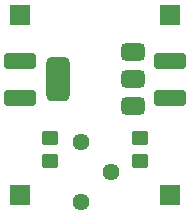
<source format=gbr>
%TF.GenerationSoftware,KiCad,Pcbnew,8.0.3*%
%TF.CreationDate,2024-07-23T12:16:12+02:00*%
%TF.ProjectId,TinyLDOP,54696e79-4c44-44f5-902e-6b696361645f,rev?*%
%TF.SameCoordinates,Original*%
%TF.FileFunction,Soldermask,Top*%
%TF.FilePolarity,Negative*%
%FSLAX46Y46*%
G04 Gerber Fmt 4.6, Leading zero omitted, Abs format (unit mm)*
G04 Created by KiCad (PCBNEW 8.0.3) date 2024-07-23 12:16:12*
%MOMM*%
%LPD*%
G01*
G04 APERTURE LIST*
G04 Aperture macros list*
%AMRoundRect*
0 Rectangle with rounded corners*
0 $1 Rounding radius*
0 $2 $3 $4 $5 $6 $7 $8 $9 X,Y pos of 4 corners*
0 Add a 4 corners polygon primitive as box body*
4,1,4,$2,$3,$4,$5,$6,$7,$8,$9,$2,$3,0*
0 Add four circle primitives for the rounded corners*
1,1,$1+$1,$2,$3*
1,1,$1+$1,$4,$5*
1,1,$1+$1,$6,$7*
1,1,$1+$1,$8,$9*
0 Add four rect primitives between the rounded corners*
20,1,$1+$1,$2,$3,$4,$5,0*
20,1,$1+$1,$4,$5,$6,$7,0*
20,1,$1+$1,$6,$7,$8,$9,0*
20,1,$1+$1,$8,$9,$2,$3,0*%
G04 Aperture macros list end*
%ADD10RoundRect,0.250000X1.100000X-0.412500X1.100000X0.412500X-1.100000X0.412500X-1.100000X-0.412500X0*%
%ADD11RoundRect,0.250000X-0.450000X0.350000X-0.450000X-0.350000X0.450000X-0.350000X0.450000X0.350000X0*%
%ADD12C,1.440000*%
%ADD13RoundRect,0.375000X0.625000X0.375000X-0.625000X0.375000X-0.625000X-0.375000X0.625000X-0.375000X0*%
%ADD14RoundRect,0.500000X0.500000X1.400000X-0.500000X1.400000X-0.500000X-1.400000X0.500000X-1.400000X0*%
%ADD15RoundRect,0.250000X0.450000X-0.350000X0.450000X0.350000X-0.450000X0.350000X-0.450000X-0.350000X0*%
%ADD16R,1.700000X1.700000*%
G04 APERTURE END LIST*
D10*
%TO.C,C2*%
X81280000Y-68021000D03*
X81280000Y-64896000D03*
%TD*%
%TO.C,C1*%
X68580000Y-68021000D03*
X68580000Y-64896000D03*
%TD*%
D11*
%TO.C,R1*%
X71120000Y-71390000D03*
X71120000Y-73390000D03*
%TD*%
D12*
%TO.C,RV1*%
X73705000Y-71770000D03*
X76245000Y-74310000D03*
X73705000Y-76850000D03*
%TD*%
D13*
%TO.C,U1*%
X78080000Y-68721000D03*
X78080000Y-66421000D03*
D14*
X71780000Y-66421000D03*
D13*
X78080000Y-64121000D03*
%TD*%
D15*
%TO.C,C3*%
X78740000Y-73390000D03*
X78740000Y-71390000D03*
%TD*%
D16*
%TO.C,J4*%
X81280000Y-76200000D03*
%TD*%
%TO.C,J2*%
X81280000Y-60960000D03*
%TD*%
%TO.C,J1*%
X68580000Y-60960000D03*
%TD*%
%TO.C,J3*%
X68580000Y-76200000D03*
%TD*%
M02*

</source>
